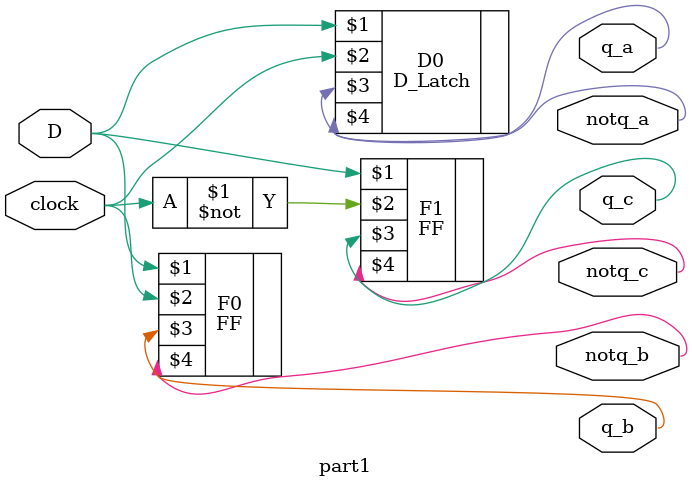
<source format=v>
module part1(input D, clock, output q_a, notq_a, q_b, notq_b, q_c, notq_c);
	D_Latch D0(D, clock, q_a, notq_a);
	FF F0(D, clock, q_b, notq_b);
	FF F1(D, ~clock, q_c, notq_c);
endmodule

</source>
